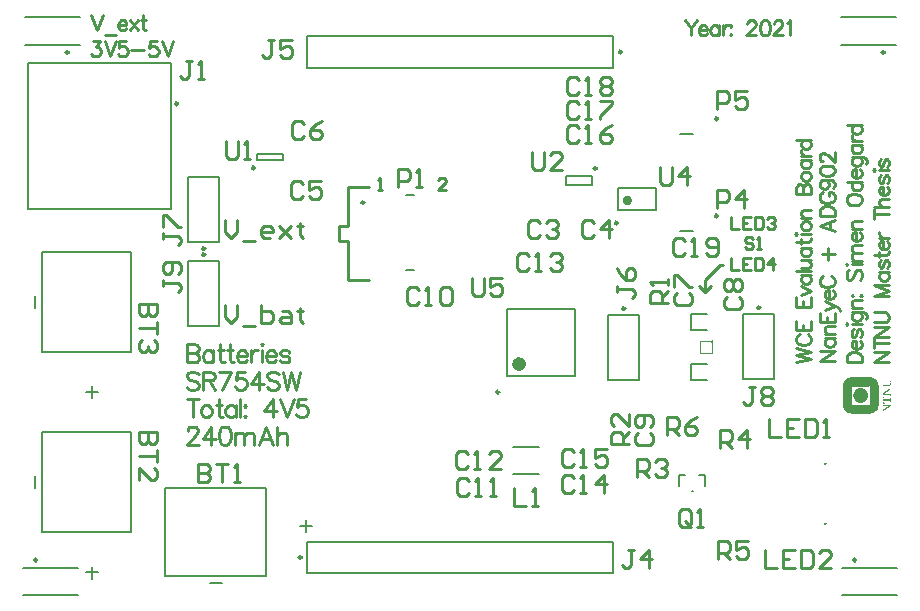
<source format=gto>
G04*
G04 #@! TF.GenerationSoftware,Altium Limited,Altium Designer,21.7.2 (23)*
G04*
G04 Layer_Color=65535*
%FSLAX25Y25*%
%MOIN*%
G70*
G04*
G04 #@! TF.SameCoordinates,CEDA9658-653E-4C37-85A5-3546ED317D05*
G04*
G04*
G04 #@! TF.FilePolarity,Positive*
G04*
G01*
G75*
%ADD10C,0.00984*%
%ADD11C,0.02362*%
%ADD12C,0.00787*%
%ADD13C,0.01575*%
%ADD14C,0.00039*%
%ADD15C,0.01000*%
G36*
X231894Y86640D02*
X231422Y87113D01*
X231894D01*
Y86640D01*
D02*
G37*
G36*
X231284Y86030D02*
X230812Y86502D01*
X231284D01*
Y86030D01*
D02*
G37*
G36*
X288452Y73420D02*
X288560D01*
Y73312D01*
X288344D01*
Y73528D01*
X288452D01*
Y73420D01*
D02*
G37*
G36*
Y73744D02*
X290720D01*
Y73636D01*
X290828D01*
Y73528D01*
X290936D01*
Y73420D01*
X291044D01*
Y73204D01*
X291152D01*
Y72340D01*
X291044D01*
Y72016D01*
X290936D01*
Y71800D01*
X290720D01*
Y71692D01*
X288560D01*
Y71584D01*
X288452D01*
Y71476D01*
Y71368D01*
X288344D01*
Y71692D01*
X288452D01*
Y72124D01*
X288344D01*
Y72448D01*
X288560D01*
Y72340D01*
X288452D01*
Y72124D01*
X290720D01*
Y72232D01*
X290828D01*
Y72340D01*
X290936D01*
Y72664D01*
X291044D01*
Y72988D01*
X290936D01*
Y73420D01*
X290828D01*
Y73528D01*
X290612D01*
Y73636D01*
X288560D01*
Y73528D01*
X288452D01*
Y73744D01*
X288344D01*
Y74068D01*
X288452D01*
Y73744D01*
D02*
G37*
G36*
Y70180D02*
X288344D01*
Y70504D01*
X288452D01*
Y70180D01*
D02*
G37*
G36*
X291152Y69100D02*
Y68884D01*
X291044D01*
Y69208D01*
X291152D01*
Y69100D01*
D02*
G37*
G36*
X288560Y70828D02*
X288452D01*
Y70720D01*
X291152D01*
Y70612D01*
X291044D01*
Y70504D01*
X290936D01*
Y70396D01*
X290720D01*
Y70288D01*
X290612D01*
Y70180D01*
X290396D01*
Y70072D01*
X290288D01*
Y69964D01*
X290072D01*
Y69856D01*
X289964D01*
Y69748D01*
X289748D01*
Y69640D01*
X289640D01*
Y69532D01*
X289532D01*
Y69424D01*
X289316D01*
Y69316D01*
X289208D01*
Y69208D01*
X288992D01*
Y69100D01*
X288884D01*
Y68992D01*
X288668D01*
Y68884D01*
X291044D01*
Y68668D01*
X291152D01*
Y68452D01*
X290936D01*
Y68560D01*
X291044D01*
Y68668D01*
X290936D01*
Y68776D01*
X288776D01*
Y68668D01*
X288668D01*
Y68776D01*
X288560D01*
Y68668D01*
X288452D01*
Y69316D01*
X288560D01*
Y69424D01*
X288776D01*
Y69532D01*
X288884D01*
Y69640D01*
X289100D01*
Y69748D01*
X289208D01*
Y69856D01*
X289424D01*
Y69964D01*
X289532D01*
Y70072D01*
X289748D01*
Y70180D01*
X289856D01*
Y70288D01*
X289964D01*
Y70396D01*
X290180D01*
Y70612D01*
X289964D01*
Y70504D01*
X288452D01*
Y70720D01*
X288344D01*
Y70936D01*
X288560D01*
Y70828D01*
D02*
G37*
G36*
X288452Y68560D02*
X288560D01*
Y68452D01*
X288344D01*
Y68668D01*
X288452D01*
Y68560D01*
D02*
G37*
G36*
X291152Y67264D02*
X291044D01*
Y67372D01*
X290936D01*
Y67480D01*
X291152D01*
Y67264D01*
D02*
G37*
G36*
X289208Y68020D02*
X288884D01*
Y67912D01*
X288668D01*
Y67804D01*
X288560D01*
Y67156D01*
X290936D01*
Y67264D01*
X291044D01*
Y66724D01*
X291152D01*
Y66616D01*
Y66508D01*
Y66400D01*
X290936D01*
Y66508D01*
X291044D01*
Y66724D01*
X288560D01*
Y66184D01*
X288668D01*
Y66076D01*
X288776D01*
Y65968D01*
X288992D01*
Y65860D01*
X289208D01*
Y65752D01*
X288452D01*
Y66292D01*
X288344D01*
Y66724D01*
X288452D01*
Y67156D01*
X288344D01*
Y67588D01*
X288452D01*
Y68128D01*
X289208D01*
Y68020D01*
D02*
G37*
G36*
X288452Y64888D02*
X288560D01*
Y64780D01*
X288452D01*
Y64672D01*
X288344D01*
Y64780D01*
Y64996D01*
X288452D01*
Y64888D01*
D02*
G37*
G36*
X291152Y63376D02*
X291044D01*
Y63592D01*
X290936D01*
Y63700D01*
X291152D01*
Y63376D01*
D02*
G37*
G36*
X288452Y65320D02*
Y65212D01*
X291152D01*
Y65104D01*
X291044D01*
Y64996D01*
X290828D01*
Y64888D01*
X290720D01*
Y64780D01*
X290504D01*
Y64672D01*
X290396D01*
Y64564D01*
X290288D01*
Y64456D01*
X290072D01*
Y64348D01*
X289964D01*
Y64240D01*
X289748D01*
Y64132D01*
X289640D01*
Y64024D01*
X289424D01*
Y63916D01*
X289316D01*
Y63808D01*
X289100D01*
Y63700D01*
X288992D01*
Y63592D01*
X288776D01*
Y63484D01*
X288668D01*
Y63376D01*
X291044D01*
Y63160D01*
X291152D01*
Y62944D01*
X290936D01*
Y63052D01*
X291044D01*
Y63160D01*
X290936D01*
Y63268D01*
X288560D01*
Y63160D01*
X288452D01*
Y63808D01*
X288560D01*
Y63916D01*
X288776D01*
Y64024D01*
X288884D01*
Y64132D01*
X288992D01*
Y64240D01*
X289208D01*
Y64348D01*
X289316D01*
Y64456D01*
X289532D01*
Y64564D01*
X289640D01*
Y64672D01*
X289856D01*
Y64780D01*
X289964D01*
Y64888D01*
X290180D01*
Y65104D01*
X288560D01*
Y64996D01*
X288452D01*
Y65212D01*
X288344D01*
Y65428D01*
X288452D01*
Y65320D01*
D02*
G37*
G36*
Y63052D02*
X288560D01*
Y62944D01*
X288344D01*
Y63160D01*
X288452D01*
Y63052D01*
D02*
G37*
G36*
X284672Y74392D02*
X284996D01*
Y74284D01*
X285320D01*
Y74176D01*
X285536D01*
Y74068D01*
X285644D01*
Y73960D01*
X285860D01*
Y73852D01*
X285968D01*
Y73744D01*
X286076D01*
Y73636D01*
X286184D01*
Y73528D01*
X286292D01*
Y73420D01*
X286400D01*
Y73312D01*
X286508D01*
Y73096D01*
X286616D01*
Y72988D01*
X286724D01*
Y72664D01*
X286832D01*
Y72448D01*
X286940D01*
Y72016D01*
X287048D01*
Y64996D01*
X286940D01*
Y64564D01*
X286832D01*
Y64240D01*
X286724D01*
Y64024D01*
X286616D01*
Y63808D01*
X286508D01*
Y63700D01*
X286400D01*
Y63592D01*
X286292D01*
Y63376D01*
X286184D01*
Y63268D01*
X286076D01*
Y63160D01*
X285860D01*
Y63052D01*
X285752D01*
Y62944D01*
X285644D01*
Y62836D01*
X285428D01*
Y62728D01*
X285212D01*
Y62620D01*
X284888D01*
Y62512D01*
X284348D01*
Y62404D01*
X277760D01*
Y62512D01*
X277112D01*
Y62620D01*
X276896D01*
Y62728D01*
X276572D01*
Y62836D01*
X276464D01*
Y62944D01*
X276248D01*
Y63052D01*
X276140D01*
Y63160D01*
X276032D01*
Y63268D01*
X275924D01*
Y63376D01*
X275816D01*
Y63484D01*
X275708D01*
Y63592D01*
X275600D01*
Y63700D01*
X275492D01*
Y63916D01*
X275384D01*
Y64024D01*
X275276D01*
Y64348D01*
X275168D01*
Y64672D01*
X275060D01*
Y65212D01*
X274952D01*
Y71800D01*
X275060D01*
Y72340D01*
X275168D01*
Y72664D01*
X275276D01*
Y72880D01*
X275384D01*
Y73096D01*
X275492D01*
Y73204D01*
X275600D01*
Y73420D01*
X275708D01*
Y73528D01*
X275816D01*
Y73636D01*
X275924D01*
Y73744D01*
X276032D01*
Y73852D01*
X276140D01*
Y73960D01*
X276356D01*
Y74068D01*
X276464D01*
Y74176D01*
X276680D01*
Y74284D01*
X277004D01*
Y74392D01*
X277328D01*
Y74500D01*
X284672D01*
Y74392D01*
D02*
G37*
%LPC*%
G36*
X284024Y71584D02*
X283808D01*
Y71476D01*
X278192D01*
Y71584D01*
X278084D01*
Y71476D01*
X277976D01*
Y65428D01*
X284024D01*
Y71584D01*
D02*
G37*
%LPD*%
G36*
X281432Y70828D02*
X281864D01*
Y70720D01*
X282080D01*
Y70612D01*
X282296D01*
Y70504D01*
X282404D01*
Y70396D01*
X282620D01*
Y70288D01*
X282728D01*
Y70180D01*
X282836D01*
Y70072D01*
X282944D01*
Y69856D01*
X283052D01*
Y69748D01*
X283160D01*
Y69532D01*
X283268D01*
Y69208D01*
X283376D01*
Y68776D01*
X283484D01*
Y68128D01*
X283376D01*
Y67696D01*
X283268D01*
Y67372D01*
X283160D01*
Y67156D01*
X283052D01*
Y67048D01*
X282944D01*
Y66940D01*
X282836D01*
Y66724D01*
X282728D01*
Y66616D01*
X282512D01*
Y66508D01*
X282404D01*
Y66400D01*
X282296D01*
Y66292D01*
X282080D01*
Y66184D01*
X281756D01*
Y66076D01*
X281324D01*
Y65968D01*
X280676D01*
Y66076D01*
X280136D01*
Y66184D01*
X279920D01*
Y66292D01*
X279704D01*
Y66400D01*
X279596D01*
Y66508D01*
X279380D01*
Y66616D01*
X279272D01*
Y66724D01*
X279164D01*
Y66832D01*
X279056D01*
Y67048D01*
X278948D01*
Y67156D01*
X278840D01*
Y67372D01*
X278732D01*
Y67588D01*
X278624D01*
Y68020D01*
X278516D01*
Y68884D01*
X278624D01*
Y69316D01*
X278732D01*
Y69532D01*
X278840D01*
Y69748D01*
X278948D01*
Y69964D01*
X279056D01*
Y70072D01*
X279164D01*
Y70180D01*
X279272D01*
Y70288D01*
X279380D01*
Y70396D01*
X279488D01*
Y70504D01*
X279704D01*
Y70612D01*
X279920D01*
Y70720D01*
X280136D01*
Y70828D01*
X280568D01*
Y70936D01*
X281432D01*
Y70828D01*
D02*
G37*
D10*
X247505Y97767D02*
G03*
X247505Y97767I-492J0D01*
G01*
X160531Y69587D02*
G03*
X160531Y69587I-492J0D01*
G01*
X62492Y117508D02*
G03*
X62492Y117508I-492J0D01*
G01*
Y115492D02*
G03*
X62492Y115492I-492J0D01*
G01*
X202506Y97492D02*
G03*
X202506Y97492I-492J0D01*
G01*
X94646Y14500D02*
G03*
X94646Y14500I-492J0D01*
G01*
X53433Y165728D02*
G03*
X53433Y165728I-492J0D01*
G01*
X115532Y132835D02*
G03*
X115532Y132835I-492J0D01*
G01*
X193012Y144193D02*
G03*
X193012Y144193I-492J0D01*
G01*
X233366Y128347D02*
G03*
X233366Y128347I-492J0D01*
G01*
X233366Y160734D02*
G03*
X233366Y160734I-492J0D01*
G01*
X201339Y183000D02*
G03*
X201339Y183000I-492J0D01*
G01*
X16992Y182835D02*
G03*
X16992Y182835I-492J0D01*
G01*
X79055Y144319D02*
G03*
X79055Y144319I-492J0D01*
G01*
X200000Y125984D02*
G03*
X200000Y125984I-492J0D01*
G01*
X279492Y13665D02*
G03*
X279492Y13665I-492J0D01*
G01*
X6492D02*
G03*
X6492Y13665I-492J0D01*
G01*
X288992Y182835D02*
G03*
X288992Y182835I-492J0D01*
G01*
D11*
X168307Y78937D02*
G03*
X168307Y78937I-1181J0D01*
G01*
D12*
X269358Y45750D02*
G03*
X268965Y45750I-197J0D01*
G01*
D02*
G03*
X269358Y45750I197J0D01*
G01*
D02*
G03*
X268965Y45750I-197J0D01*
G01*
X269358Y25750D02*
G03*
X268965Y25750I-197J0D01*
G01*
D02*
G03*
X269358Y25750I197J0D01*
G01*
D02*
G03*
X268965Y25750I-197J0D01*
G01*
X252269Y74027D02*
Y95523D01*
X241757Y74027D02*
X252269D01*
X241757D02*
Y95523D01*
X252269D01*
X163189Y75000D02*
X185630D01*
X163189Y97441D02*
X185630D01*
X163189Y75000D02*
Y97441D01*
X185630Y75000D02*
Y97441D01*
X224423Y95794D02*
X229934D01*
X224423Y90282D02*
Y95794D01*
Y90282D02*
X229934D01*
X22895Y69589D02*
X26832D01*
X24837Y67574D02*
Y71511D01*
X5900Y97732D02*
Y101669D01*
X8250Y82944D02*
X37750D01*
Y116456D01*
X8250D02*
X37750D01*
X8250Y82944D02*
Y116456D01*
X56744Y119752D02*
Y141248D01*
X67256D01*
Y119752D02*
Y141248D01*
X56744Y119752D02*
X67256D01*
Y91752D02*
Y113248D01*
X56744Y91752D02*
X67256D01*
X56744D02*
Y113248D01*
X67256D01*
X22895Y9488D02*
X26832D01*
X24837Y7474D02*
Y11411D01*
X5900Y37631D02*
Y41568D01*
X8250Y22844D02*
X37750D01*
Y56356D01*
X8250D02*
X37750D01*
X8250Y22844D02*
Y56356D01*
X96112Y22895D02*
Y26832D01*
X94189Y24837D02*
X98126D01*
X64031Y5900D02*
X67968D01*
X82756Y8250D02*
Y37750D01*
X49244D02*
X82756D01*
X49244Y8250D02*
Y37750D01*
Y8250D02*
X82756D01*
X196758Y95248D02*
X207270D01*
X196758Y73752D02*
Y95248D01*
Y73752D02*
X207270D01*
Y95248D01*
X96516Y9303D02*
Y19697D01*
Y9303D02*
X198484D01*
Y19697D01*
X96516D02*
X198484D01*
X3335Y179232D02*
X51169D01*
X3335Y130768D02*
Y179232D01*
Y130768D02*
X51169D01*
Y179232D01*
X129367Y110335D02*
X132050D01*
X129367Y135335D02*
X132050D01*
X182677Y138583D02*
X191339D01*
X182677Y141732D02*
X191339D01*
X182677Y138583D02*
Y141732D01*
X191339Y138583D02*
Y141732D01*
X224409Y79134D02*
X229921D01*
X224409Y73622D02*
Y79134D01*
Y73622D02*
X229921D01*
X220468Y38343D02*
Y42083D01*
X227200D02*
X229129D01*
X220468D02*
X222397D01*
X229129Y38343D02*
Y42083D01*
X224641Y36768D02*
X224956D01*
X220669Y123228D02*
X225000D01*
X220669Y155616D02*
X225000D01*
X198484Y177803D02*
Y188197D01*
X96516D02*
X198484D01*
X96516Y177803D02*
Y188197D01*
Y177803D02*
X198484D01*
X2307Y185394D02*
X20693D01*
X2307Y194606D02*
X20693D01*
X79744Y147075D02*
Y149043D01*
X88405Y147075D02*
Y149043D01*
X79744Y147075D02*
X88405D01*
X79744Y149043D02*
X88405D01*
X200098Y130315D02*
X212697D01*
X200098Y137795D02*
X212697D01*
X200098Y130315D02*
Y137795D01*
X212697Y130315D02*
Y137795D01*
X274807Y1894D02*
X293193D01*
X274807Y11106D02*
X293193D01*
X1807Y1894D02*
X20193D01*
X1807Y11106D02*
X20193D01*
X274307Y194606D02*
X292693D01*
X274307Y185394D02*
X292693D01*
X164961Y42421D02*
X173622D01*
X164961Y51280D02*
X173622D01*
D13*
X204035Y133465D02*
G03*
X204035Y133465I-787J0D01*
G01*
D14*
X227465Y82644D02*
X231560D01*
X227465Y86739D02*
X231560D01*
X227465Y82644D02*
Y86739D01*
X231560Y82644D02*
Y86739D01*
D15*
X229000Y103000D02*
X231000Y105000D01*
X227000D02*
X229000Y103000D01*
Y107000D01*
X234000Y112000D01*
X235000D01*
X110000Y138000D02*
X117000D01*
X110000Y107000D02*
X117000D01*
X110000D02*
Y120000D01*
X107000D02*
X110000D01*
X107000D02*
Y125000D01*
X110000D01*
Y138000D01*
X219919Y102805D02*
X218920Y101806D01*
Y99806D01*
X219919Y98807D01*
X223918D01*
X224918Y99806D01*
Y101806D01*
X223918Y102805D01*
X218920Y104805D02*
Y108803D01*
X219919D01*
X223918Y104805D01*
X224918D01*
X206825Y56129D02*
X205825Y55129D01*
Y53130D01*
X206825Y52130D01*
X210824D01*
X211823Y53130D01*
Y55129D01*
X210824Y56129D01*
Y58128D02*
X211823Y59128D01*
Y61128D01*
X210824Y62127D01*
X206825D01*
X205825Y61128D01*
Y59128D01*
X206825Y58128D01*
X207825D01*
X208824Y59128D01*
Y62127D01*
X236305Y101238D02*
X235306Y100238D01*
Y98239D01*
X236305Y97239D01*
X240304D01*
X241304Y98239D01*
Y100238D01*
X240304Y101238D01*
X236305Y103237D02*
X235306Y104237D01*
Y106236D01*
X236305Y107236D01*
X237305D01*
X238305Y106236D01*
X239304Y107236D01*
X240304D01*
X241304Y106236D01*
Y104237D01*
X240304Y103237D01*
X239304D01*
X238305Y104237D01*
X237305Y103237D01*
X236305D01*
X238305Y104237D02*
Y106236D01*
X245782Y71437D02*
X243782D01*
X244782D01*
Y66439D01*
X243782Y65439D01*
X242783D01*
X241783Y66439D01*
X247781Y70437D02*
X248781Y71437D01*
X250780D01*
X251780Y70437D01*
Y69438D01*
X250780Y68438D01*
X251780Y67438D01*
Y66439D01*
X250780Y65439D01*
X248781D01*
X247781Y66439D01*
Y67438D01*
X248781Y68438D01*
X247781Y69438D01*
Y70437D01*
X248781Y68438D02*
X250780D01*
X151502Y107499D02*
Y102501D01*
X152501Y101501D01*
X154501D01*
X155500Y102501D01*
Y107499D01*
X161498D02*
X157500D01*
Y104500D01*
X159499Y105500D01*
X160499D01*
X161498Y104500D01*
Y102501D01*
X160499Y101501D01*
X158499D01*
X157500Y102501D01*
X216607Y99227D02*
X210609D01*
Y102226D01*
X211609Y103225D01*
X213608D01*
X214608Y102226D01*
Y99227D01*
Y101226D02*
X216607Y103225D01*
Y105225D02*
Y107224D01*
Y106224D01*
X210609D01*
X211609Y105225D01*
X120000Y137000D02*
X121333D01*
X120667D01*
Y140999D01*
X120000Y140332D01*
X142666Y137000D02*
X140000D01*
X142666Y139666D01*
Y140332D01*
X141999Y140999D01*
X140666D01*
X140000Y140332D01*
X245166Y120482D02*
X244499Y121149D01*
X243166D01*
X242500Y120482D01*
Y119816D01*
X243166Y119149D01*
X244499D01*
X245166Y118483D01*
Y117816D01*
X244499Y117150D01*
X243166D01*
X242500Y117816D01*
X246499Y117150D02*
X247832D01*
X247165D01*
Y121149D01*
X246499Y120482D01*
X237835Y114199D02*
Y110200D01*
X240501D01*
X244499Y114199D02*
X241834D01*
Y110200D01*
X244499D01*
X241834Y112199D02*
X243166D01*
X245832Y114199D02*
Y110200D01*
X247832D01*
X248498Y110866D01*
Y113532D01*
X247832Y114199D01*
X245832D01*
X251830Y110200D02*
Y114199D01*
X249831Y112199D01*
X252497D01*
X237835Y128099D02*
Y124100D01*
X240501D01*
X244499Y128099D02*
X241834D01*
Y124100D01*
X244499D01*
X241834Y126099D02*
X243166D01*
X245832Y128099D02*
Y124100D01*
X247832D01*
X248498Y124767D01*
Y127432D01*
X247832Y128099D01*
X245832D01*
X249831Y127432D02*
X250497Y128099D01*
X251830D01*
X252497Y127432D01*
Y126766D01*
X251830Y126099D01*
X251164D01*
X251830D01*
X252497Y125433D01*
Y124767D01*
X251830Y124100D01*
X250497D01*
X249831Y124767D01*
X60350Y75508D02*
X59778Y76080D01*
X58921Y76365D01*
X57779D01*
X56922Y76080D01*
X56350Y75508D01*
Y74937D01*
X56636Y74366D01*
X56922Y74080D01*
X57493Y73795D01*
X59207Y73223D01*
X59778Y72938D01*
X60064Y72652D01*
X60350Y72081D01*
Y71224D01*
X59778Y70652D01*
X58921Y70367D01*
X57779D01*
X56922Y70652D01*
X56350Y71224D01*
X61692Y76365D02*
Y70367D01*
Y76365D02*
X64263D01*
X65120Y76080D01*
X65406Y75794D01*
X65691Y75223D01*
Y74651D01*
X65406Y74080D01*
X65120Y73795D01*
X64263Y73509D01*
X61692D01*
X63692D02*
X65691Y70367D01*
X71033Y76365D02*
X68176Y70367D01*
X67034Y76365D02*
X71033D01*
X75803D02*
X72947D01*
X72661Y73795D01*
X72947Y74080D01*
X73804Y74366D01*
X74661D01*
X75518Y74080D01*
X76089Y73509D01*
X76375Y72652D01*
Y72081D01*
X76089Y71224D01*
X75518Y70652D01*
X74661Y70367D01*
X73804D01*
X72947Y70652D01*
X72661Y70938D01*
X72376Y71509D01*
X80574Y76365D02*
X77717Y72366D01*
X82002D01*
X80574Y76365D02*
Y70367D01*
X87058Y75508D02*
X86487Y76080D01*
X85630Y76365D01*
X84487D01*
X83630Y76080D01*
X83059Y75508D01*
Y74937D01*
X83345Y74366D01*
X83630Y74080D01*
X84202Y73795D01*
X85915Y73223D01*
X86487Y72938D01*
X86772Y72652D01*
X87058Y72081D01*
Y71224D01*
X86487Y70652D01*
X85630Y70367D01*
X84487D01*
X83630Y70652D01*
X83059Y71224D01*
X88401Y76365D02*
X89829Y70367D01*
X91257Y76365D02*
X89829Y70367D01*
X91257Y76365D02*
X92686Y70367D01*
X94114Y76365D02*
X92686Y70367D01*
X56636Y56670D02*
Y56956D01*
X56922Y57527D01*
X57207Y57813D01*
X57779Y58099D01*
X58921D01*
X59493Y57813D01*
X59778Y57527D01*
X60064Y56956D01*
Y56385D01*
X59778Y55813D01*
X59207Y54957D01*
X56350Y52100D01*
X60350D01*
X64549Y58099D02*
X61692Y54100D01*
X65977D01*
X64549Y58099D02*
Y52100D01*
X68748Y58099D02*
X67891Y57813D01*
X67320Y56956D01*
X67034Y55528D01*
Y54671D01*
X67320Y53243D01*
X67891Y52386D01*
X68748Y52100D01*
X69319D01*
X70176Y52386D01*
X70747Y53243D01*
X71033Y54671D01*
Y55528D01*
X70747Y56956D01*
X70176Y57813D01*
X69319Y58099D01*
X68748D01*
X72376Y56099D02*
Y52100D01*
Y54957D02*
X73233Y55813D01*
X73804Y56099D01*
X74661D01*
X75232Y55813D01*
X75518Y54957D01*
Y52100D01*
Y54957D02*
X76375Y55813D01*
X76946Y56099D01*
X77803D01*
X78374Y55813D01*
X78660Y54957D01*
Y52100D01*
X85116D02*
X82830Y58099D01*
X80545Y52100D01*
X81402Y54100D02*
X84259D01*
X86515Y58099D02*
Y52100D01*
Y54957D02*
X87372Y55813D01*
X87944Y56099D01*
X88801D01*
X89372Y55813D01*
X89657Y54957D01*
Y52100D01*
X56350Y85499D02*
Y79500D01*
Y85499D02*
X58921D01*
X59778Y85213D01*
X60064Y84927D01*
X60350Y84356D01*
Y83785D01*
X60064Y83214D01*
X59778Y82928D01*
X58921Y82642D01*
X56350D02*
X58921D01*
X59778Y82357D01*
X60064Y82071D01*
X60350Y81500D01*
Y80643D01*
X60064Y80071D01*
X59778Y79786D01*
X58921Y79500D01*
X56350D01*
X65120Y83499D02*
Y79500D01*
Y82642D02*
X64549Y83214D01*
X63977Y83499D01*
X63120D01*
X62549Y83214D01*
X61978Y82642D01*
X61692Y81785D01*
Y81214D01*
X61978Y80357D01*
X62549Y79786D01*
X63120Y79500D01*
X63977D01*
X64549Y79786D01*
X65120Y80357D01*
X67576Y85499D02*
Y80643D01*
X67862Y79786D01*
X68433Y79500D01*
X69005D01*
X66720Y83499D02*
X68719D01*
X70719Y85499D02*
Y80643D01*
X71004Y79786D01*
X71576Y79500D01*
X72147D01*
X69862Y83499D02*
X71861D01*
X73004Y81785D02*
X76432D01*
Y82357D01*
X76146Y82928D01*
X75861Y83214D01*
X75289Y83499D01*
X74432D01*
X73861Y83214D01*
X73290Y82642D01*
X73004Y81785D01*
Y81214D01*
X73290Y80357D01*
X73861Y79786D01*
X74432Y79500D01*
X75289D01*
X75861Y79786D01*
X76432Y80357D01*
X77717Y83499D02*
Y79500D01*
Y81785D02*
X78003Y82642D01*
X78574Y83214D01*
X79145Y83499D01*
X80002D01*
X81116Y85499D02*
X81402Y85213D01*
X81688Y85499D01*
X81402Y85784D01*
X81116Y85499D01*
X81402Y83499D02*
Y79500D01*
X82745Y81785D02*
X86173D01*
Y82357D01*
X85887Y82928D01*
X85601Y83214D01*
X85030Y83499D01*
X84173D01*
X83602Y83214D01*
X83030Y82642D01*
X82745Y81785D01*
Y81214D01*
X83030Y80357D01*
X83602Y79786D01*
X84173Y79500D01*
X85030D01*
X85601Y79786D01*
X86173Y80357D01*
X90600Y82642D02*
X90315Y83214D01*
X89458Y83499D01*
X88601D01*
X87744Y83214D01*
X87458Y82642D01*
X87744Y82071D01*
X88315Y81785D01*
X89743Y81500D01*
X90315Y81214D01*
X90600Y80643D01*
Y80357D01*
X90315Y79786D01*
X89458Y79500D01*
X88601D01*
X87744Y79786D01*
X87458Y80357D01*
X58350Y67232D02*
Y61233D01*
X56350Y67232D02*
X60350D01*
X62492Y65232D02*
X61921Y64947D01*
X61349Y64376D01*
X61064Y63519D01*
Y62947D01*
X61349Y62090D01*
X61921Y61519D01*
X62492Y61233D01*
X63349D01*
X63920Y61519D01*
X64491Y62090D01*
X64777Y62947D01*
Y63519D01*
X64491Y64376D01*
X63920Y64947D01*
X63349Y65232D01*
X62492D01*
X66948Y67232D02*
Y62376D01*
X67234Y61519D01*
X67805Y61233D01*
X68376D01*
X66091Y65232D02*
X68091D01*
X72661D02*
Y61233D01*
Y64376D02*
X72090Y64947D01*
X71519Y65232D01*
X70662D01*
X70090Y64947D01*
X69519Y64376D01*
X69233Y63519D01*
Y62947D01*
X69519Y62090D01*
X70090Y61519D01*
X70662Y61233D01*
X71519D01*
X72090Y61519D01*
X72661Y62090D01*
X74261Y67232D02*
Y61233D01*
X75803Y65232D02*
X75518Y64947D01*
X75803Y64661D01*
X76089Y64947D01*
X75803Y65232D01*
Y61805D02*
X75518Y61519D01*
X75803Y61233D01*
X76089Y61519D01*
X75803Y61805D01*
X84973Y67232D02*
X82116Y63233D01*
X86401D01*
X84973Y67232D02*
Y61233D01*
X87458Y67232D02*
X89743Y61233D01*
X92028Y67232D02*
X89743Y61233D01*
X96228Y67232D02*
X93371D01*
X93085Y64661D01*
X93371Y64947D01*
X94228Y65232D01*
X95085D01*
X95942Y64947D01*
X96513Y64376D01*
X96799Y63519D01*
Y62947D01*
X96513Y62090D01*
X95942Y61519D01*
X95085Y61233D01*
X94228D01*
X93371Y61519D01*
X93085Y61805D01*
X92800Y62376D01*
X69200Y126898D02*
Y122899D01*
X71199Y120900D01*
X73199Y122899D01*
Y126898D01*
X75198Y119900D02*
X79197D01*
X84195Y120900D02*
X82196D01*
X81196Y121899D01*
Y123899D01*
X82196Y124898D01*
X84195D01*
X85195Y123899D01*
Y122899D01*
X81196D01*
X87194Y124898D02*
X91193Y120900D01*
X89193Y122899D01*
X91193Y124898D01*
X87194Y120900D01*
X94192Y125898D02*
Y124898D01*
X93192D01*
X95192D01*
X94192D01*
Y121899D01*
X95192Y120900D01*
X69200Y98798D02*
Y94799D01*
X71199Y92800D01*
X73199Y94799D01*
Y98798D01*
X75198Y91800D02*
X79197D01*
X81196Y98798D02*
Y92800D01*
X84195D01*
X85195Y93799D01*
Y94799D01*
Y95799D01*
X84195Y96798D01*
X81196D01*
X88194D02*
X90193D01*
X91193Y95799D01*
Y92800D01*
X88194D01*
X87194Y93799D01*
X88194Y94799D01*
X91193D01*
X94192Y97798D02*
Y96798D01*
X93192D01*
X95192D01*
X94192D01*
Y93799D01*
X95192Y92800D01*
X259501Y79500D02*
X264500Y80690D01*
X259501Y81880D02*
X264500Y80690D01*
X259501Y81880D02*
X264500Y83071D01*
X259501Y84261D02*
X264500Y83071D01*
X260691Y88831D02*
X260215Y88593D01*
X259739Y88117D01*
X259501Y87641D01*
Y86689D01*
X259739Y86213D01*
X260215Y85737D01*
X260691Y85499D01*
X261405Y85261D01*
X262596D01*
X263310Y85499D01*
X263786Y85737D01*
X264262Y86213D01*
X264500Y86689D01*
Y87641D01*
X264262Y88117D01*
X263786Y88593D01*
X263310Y88831D01*
X259501Y93330D02*
Y90236D01*
X264500D01*
Y93330D01*
X261881Y90236D02*
Y92140D01*
X259501Y101186D02*
Y98091D01*
X264500D01*
Y101186D01*
X261881Y98091D02*
Y99996D01*
X261167Y102019D02*
X264500Y103447D01*
X261167Y104876D02*
X264500Y103447D01*
X261167Y108541D02*
X264500D01*
X261881D02*
X261405Y108065D01*
X261167Y107589D01*
Y106875D01*
X261405Y106399D01*
X261881Y105923D01*
X262596Y105685D01*
X263072D01*
X263786Y105923D01*
X264262Y106399D01*
X264500Y106875D01*
Y107589D01*
X264262Y108065D01*
X263786Y108541D01*
X259501Y109874D02*
X264500D01*
X261167Y110922D02*
X263548D01*
X264262Y111160D01*
X264500Y111636D01*
Y112350D01*
X264262Y112826D01*
X263548Y113540D01*
X261167D02*
X264500D01*
X261167Y117706D02*
X264500D01*
X261881D02*
X261405Y117230D01*
X261167Y116754D01*
Y116040D01*
X261405Y115564D01*
X261881Y115088D01*
X262596Y114850D01*
X263072D01*
X263786Y115088D01*
X264262Y115564D01*
X264500Y116040D01*
Y116754D01*
X264262Y117230D01*
X263786Y117706D01*
X259501Y119753D02*
X263548D01*
X264262Y119991D01*
X264500Y120467D01*
Y120943D01*
X261167Y119039D02*
Y120705D01*
X259501Y122134D02*
X259739Y122372D01*
X259501Y122610D01*
X259263Y122372D01*
X259501Y122134D01*
X261167Y122372D02*
X264500D01*
X261167Y124681D02*
X261405Y124205D01*
X261881Y123729D01*
X262596Y123491D01*
X263072D01*
X263786Y123729D01*
X264262Y124205D01*
X264500Y124681D01*
Y125395D01*
X264262Y125871D01*
X263786Y126347D01*
X263072Y126585D01*
X262596D01*
X261881Y126347D01*
X261405Y125871D01*
X261167Y125395D01*
Y124681D01*
Y127680D02*
X264500D01*
X262120D02*
X261405Y128394D01*
X261167Y128870D01*
Y129585D01*
X261405Y130061D01*
X262120Y130299D01*
X264500D01*
X259501Y135536D02*
X264500D01*
X259501D02*
Y137678D01*
X259739Y138392D01*
X259977Y138630D01*
X260453Y138868D01*
X260929D01*
X261405Y138630D01*
X261644Y138392D01*
X261881Y137678D01*
Y135536D02*
Y137678D01*
X262120Y138392D01*
X262358Y138630D01*
X262834Y138868D01*
X263548D01*
X264024Y138630D01*
X264262Y138392D01*
X264500Y137678D01*
Y135536D01*
X261167Y141177D02*
X261405Y140701D01*
X261881Y140225D01*
X262596Y139987D01*
X263072D01*
X263786Y140225D01*
X264262Y140701D01*
X264500Y141177D01*
Y141891D01*
X264262Y142367D01*
X263786Y142844D01*
X263072Y143082D01*
X262596D01*
X261881Y142844D01*
X261405Y142367D01*
X261167Y141891D01*
Y141177D01*
Y147033D02*
X264500D01*
X261881D02*
X261405Y146557D01*
X261167Y146081D01*
Y145367D01*
X261405Y144891D01*
X261881Y144415D01*
X262596Y144177D01*
X263072D01*
X263786Y144415D01*
X264262Y144891D01*
X264500Y145367D01*
Y146081D01*
X264262Y146557D01*
X263786Y147033D01*
X261167Y148366D02*
X264500D01*
X262596D02*
X261881Y148604D01*
X261405Y149080D01*
X261167Y149556D01*
Y150271D01*
X259501Y153579D02*
X264500D01*
X261881D02*
X261405Y153103D01*
X261167Y152627D01*
Y151913D01*
X261405Y151437D01*
X261881Y150961D01*
X262596Y150723D01*
X263072D01*
X263786Y150961D01*
X264262Y151437D01*
X264500Y151913D01*
Y152627D01*
X264262Y153103D01*
X263786Y153579D01*
X285501Y79500D02*
X290500D01*
X285501D02*
X290500Y82833D01*
X285501D02*
X290500D01*
X285501Y85880D02*
X290500D01*
X285501Y84213D02*
Y87546D01*
Y88141D02*
X290500D01*
X285501D02*
X290500Y91474D01*
X285501D02*
X290500D01*
X285501Y92854D02*
X289072D01*
X289786Y93092D01*
X290262Y93568D01*
X290500Y94283D01*
Y94759D01*
X290262Y95473D01*
X289786Y95949D01*
X289072Y96187D01*
X285501D01*
Y101495D02*
X290500D01*
X285501D02*
X290500Y103400D01*
X285501Y105304D02*
X290500Y103400D01*
X285501Y105304D02*
X290500D01*
X287167Y109589D02*
X290500D01*
X287881D02*
X287405Y109113D01*
X287167Y108637D01*
Y107922D01*
X287405Y107446D01*
X287881Y106970D01*
X288596Y106732D01*
X289072D01*
X289786Y106970D01*
X290262Y107446D01*
X290500Y107922D01*
Y108637D01*
X290262Y109113D01*
X289786Y109589D01*
X287881Y113540D02*
X287405Y113302D01*
X287167Y112588D01*
Y111874D01*
X287405Y111160D01*
X287881Y110922D01*
X288358Y111160D01*
X288596Y111636D01*
X288834Y112826D01*
X289072Y113302D01*
X289548Y113540D01*
X289786D01*
X290262Y113302D01*
X290500Y112588D01*
Y111874D01*
X290262Y111160D01*
X289786Y110922D01*
X285501Y115302D02*
X289548D01*
X290262Y115540D01*
X290500Y116016D01*
Y116492D01*
X287167Y114588D02*
Y116254D01*
X288596Y117206D02*
Y120063D01*
X288120D01*
X287644Y119825D01*
X287405Y119587D01*
X287167Y119111D01*
Y118396D01*
X287405Y117920D01*
X287881Y117444D01*
X288596Y117206D01*
X289072D01*
X289786Y117444D01*
X290262Y117920D01*
X290500Y118396D01*
Y119111D01*
X290262Y119587D01*
X289786Y120063D01*
X287167Y121134D02*
X290500D01*
X288596D02*
X287881Y121372D01*
X287405Y121848D01*
X287167Y122324D01*
Y123038D01*
X285501Y129085D02*
X290500D01*
X285501Y127418D02*
Y130751D01*
Y131346D02*
X290500D01*
X288120D02*
X287405Y132060D01*
X287167Y132536D01*
Y133250D01*
X287405Y133727D01*
X288120Y133965D01*
X290500D01*
X288596Y135274D02*
Y138130D01*
X288120D01*
X287644Y137892D01*
X287405Y137654D01*
X287167Y137178D01*
Y136464D01*
X287405Y135988D01*
X287881Y135512D01*
X288596Y135274D01*
X289072D01*
X289786Y135512D01*
X290262Y135988D01*
X290500Y136464D01*
Y137178D01*
X290262Y137654D01*
X289786Y138130D01*
X287881Y141820D02*
X287405Y141582D01*
X287167Y140868D01*
Y140154D01*
X287405Y139440D01*
X287881Y139201D01*
X288358Y139440D01*
X288596Y139916D01*
X288834Y141106D01*
X289072Y141582D01*
X289548Y141820D01*
X289786D01*
X290262Y141582D01*
X290500Y140868D01*
Y140154D01*
X290262Y139440D01*
X289786Y139201D01*
X285501Y143343D02*
X285739Y143581D01*
X285501Y143820D01*
X285263Y143581D01*
X285501Y143343D01*
X287167Y143581D02*
X290500D01*
X287881Y147319D02*
X287405Y147081D01*
X287167Y146367D01*
Y145652D01*
X287405Y144938D01*
X287881Y144700D01*
X288358Y144938D01*
X288596Y145414D01*
X288834Y146605D01*
X289072Y147081D01*
X289548Y147319D01*
X289786D01*
X290262Y147081D01*
X290500Y146367D01*
Y145652D01*
X290262Y144938D01*
X289786Y144700D01*
X222500Y193499D02*
X224404Y191119D01*
Y188500D01*
X226309Y193499D02*
X224404Y191119D01*
X226951Y190404D02*
X229808D01*
Y190880D01*
X229570Y191357D01*
X229332Y191595D01*
X228856Y191833D01*
X228142D01*
X227666Y191595D01*
X227189Y191119D01*
X226951Y190404D01*
Y189928D01*
X227189Y189214D01*
X227666Y188738D01*
X228142Y188500D01*
X228856D01*
X229332Y188738D01*
X229808Y189214D01*
X233736Y191833D02*
Y188500D01*
Y191119D02*
X233260Y191595D01*
X232784Y191833D01*
X232069D01*
X231593Y191595D01*
X231117Y191119D01*
X230879Y190404D01*
Y189928D01*
X231117Y189214D01*
X231593Y188738D01*
X232069Y188500D01*
X232784D01*
X233260Y188738D01*
X233736Y189214D01*
X235069Y191833D02*
Y188500D01*
Y190404D02*
X235307Y191119D01*
X235783Y191595D01*
X236259Y191833D01*
X236973D01*
X237663D02*
X237425Y191595D01*
X237663Y191357D01*
X237901Y191595D01*
X237663Y191833D01*
Y188976D02*
X237425Y188738D01*
X237663Y188500D01*
X237901Y188738D01*
X237663Y188976D01*
X243162Y192309D02*
Y192547D01*
X243400Y193023D01*
X243638Y193261D01*
X244114Y193499D01*
X245067D01*
X245543Y193261D01*
X245781Y193023D01*
X246019Y192547D01*
Y192071D01*
X245781Y191595D01*
X245305Y190880D01*
X242924Y188500D01*
X246257D01*
X248804Y193499D02*
X248090Y193261D01*
X247614Y192547D01*
X247376Y191357D01*
Y190642D01*
X247614Y189452D01*
X248090Y188738D01*
X248804Y188500D01*
X249280D01*
X249994Y188738D01*
X250470Y189452D01*
X250708Y190642D01*
Y191357D01*
X250470Y192547D01*
X249994Y193261D01*
X249280Y193499D01*
X248804D01*
X252065Y192309D02*
Y192547D01*
X252303Y193023D01*
X252541Y193261D01*
X253017Y193499D01*
X253970D01*
X254446Y193261D01*
X254684Y193023D01*
X254922Y192547D01*
Y192071D01*
X254684Y191595D01*
X254207Y190880D01*
X251827Y188500D01*
X255160D01*
X256278Y192547D02*
X256755Y192785D01*
X257469Y193499D01*
Y188500D01*
X267335Y80000D02*
X272334D01*
X267335D02*
X272334Y83333D01*
X267335D02*
X272334D01*
X269001Y87570D02*
X272334D01*
X269715D02*
X269239Y87094D01*
X269001Y86618D01*
Y85904D01*
X269239Y85427D01*
X269715Y84951D01*
X270429Y84713D01*
X270905D01*
X271620Y84951D01*
X272096Y85427D01*
X272334Y85904D01*
Y86618D01*
X272096Y87094D01*
X271620Y87570D01*
X269001Y88903D02*
X272334D01*
X269953D02*
X269239Y89617D01*
X269001Y90093D01*
Y90807D01*
X269239Y91283D01*
X269953Y91521D01*
X272334D01*
X267335Y95925D02*
Y92831D01*
X272334D01*
Y95925D01*
X269715Y92831D02*
Y94735D01*
X269001Y96996D02*
X272334Y98425D01*
X269001Y99853D02*
X272334Y98425D01*
X273286Y97948D01*
X273762Y97473D01*
X274000Y96996D01*
Y96758D01*
X270429Y100686D02*
Y103543D01*
X269953D01*
X269477Y103305D01*
X269239Y103067D01*
X269001Y102590D01*
Y101876D01*
X269239Y101400D01*
X269715Y100924D01*
X270429Y100686D01*
X270905D01*
X271620Y100924D01*
X272096Y101400D01*
X272334Y101876D01*
Y102590D01*
X272096Y103067D01*
X271620Y103543D01*
X268525Y108184D02*
X268049Y107946D01*
X267573Y107470D01*
X267335Y106994D01*
Y106042D01*
X267573Y105566D01*
X268049Y105090D01*
X268525Y104852D01*
X269239Y104614D01*
X270429D01*
X271143Y104852D01*
X271620Y105090D01*
X272096Y105566D01*
X272334Y106042D01*
Y106994D01*
X272096Y107470D01*
X271620Y107946D01*
X271143Y108184D01*
X268049Y115659D02*
X272334D01*
X270191Y113517D02*
Y117801D01*
X272334Y127014D02*
X267335Y125109D01*
X272334Y123205D01*
X270667Y123919D02*
Y126300D01*
X267335Y128180D02*
X272334D01*
X267335D02*
Y129847D01*
X267573Y130561D01*
X268049Y131037D01*
X268525Y131275D01*
X269239Y131513D01*
X270429D01*
X271143Y131275D01*
X271620Y131037D01*
X272096Y130561D01*
X272334Y129847D01*
Y128180D01*
X268525Y136202D02*
X268049Y135964D01*
X267573Y135488D01*
X267335Y135012D01*
Y134060D01*
X267573Y133584D01*
X268049Y133108D01*
X268525Y132870D01*
X269239Y132632D01*
X270429D01*
X271143Y132870D01*
X271620Y133108D01*
X272096Y133584D01*
X272334Y134060D01*
Y135012D01*
X272096Y135488D01*
X271620Y135964D01*
X271143Y136202D01*
X270429D01*
Y135012D02*
Y136202D01*
X269001Y140439D02*
X269715Y140201D01*
X270191Y139725D01*
X270429Y139011D01*
Y138773D01*
X270191Y138059D01*
X269715Y137583D01*
X269001Y137345D01*
X268763D01*
X268049Y137583D01*
X267573Y138059D01*
X267335Y138773D01*
Y139011D01*
X267573Y139725D01*
X268049Y140201D01*
X269001Y140439D01*
X270191D01*
X271381Y140201D01*
X272096Y139725D01*
X272334Y139011D01*
Y138535D01*
X272096Y137821D01*
X271620Y137583D01*
X267335Y143225D02*
X267573Y142510D01*
X268287Y142034D01*
X269477Y141796D01*
X270191D01*
X271381Y142034D01*
X272096Y142510D01*
X272334Y143225D01*
Y143701D01*
X272096Y144415D01*
X271381Y144891D01*
X270191Y145129D01*
X269477D01*
X268287Y144891D01*
X267573Y144415D01*
X267335Y143701D01*
Y143225D01*
X268525Y146486D02*
X268287D01*
X267811Y146724D01*
X267573Y146962D01*
X267335Y147438D01*
Y148390D01*
X267573Y148866D01*
X267811Y149104D01*
X268287Y149342D01*
X268763D01*
X269239Y149104D01*
X269953Y148628D01*
X272334Y146248D01*
Y149580D01*
X24976Y186499D02*
X27595D01*
X26166Y184595D01*
X26880D01*
X27356Y184356D01*
X27595Y184118D01*
X27833Y183404D01*
Y182928D01*
X27595Y182214D01*
X27119Y181738D01*
X26404Y181500D01*
X25690D01*
X24976Y181738D01*
X24738Y181976D01*
X24500Y182452D01*
X28951Y186499D02*
X30856Y181500D01*
X32760Y186499D02*
X30856Y181500D01*
X36259Y186499D02*
X33879D01*
X33641Y184356D01*
X33879Y184595D01*
X34593Y184833D01*
X35307D01*
X36021Y184595D01*
X36497Y184118D01*
X36735Y183404D01*
Y182928D01*
X36497Y182214D01*
X36021Y181738D01*
X35307Y181500D01*
X34593D01*
X33879Y181738D01*
X33641Y181976D01*
X33403Y182452D01*
X37854Y183642D02*
X42139D01*
X46472Y186499D02*
X44091D01*
X43853Y184356D01*
X44091Y184595D01*
X44805Y184833D01*
X45519D01*
X46233Y184595D01*
X46709Y184118D01*
X46948Y183404D01*
Y182928D01*
X46709Y182214D01*
X46233Y181738D01*
X45519Y181500D01*
X44805D01*
X44091Y181738D01*
X43853Y181976D01*
X43615Y182452D01*
X48066Y186499D02*
X49971Y181500D01*
X51875Y186499D02*
X49971Y181500D01*
X24500Y195165D02*
X26404Y190166D01*
X28309Y195165D02*
X26404Y190166D01*
X28951Y188500D02*
X32760D01*
X33403Y192071D02*
X36259D01*
Y192547D01*
X36021Y193023D01*
X35783Y193261D01*
X35307Y193499D01*
X34593D01*
X34117Y193261D01*
X33641Y192785D01*
X33403Y192071D01*
Y191595D01*
X33641Y190880D01*
X34117Y190404D01*
X34593Y190166D01*
X35307D01*
X35783Y190404D01*
X36259Y190880D01*
X37331Y193499D02*
X39949Y190166D01*
Y193499D02*
X37331Y190166D01*
X41711Y195165D02*
Y191119D01*
X41949Y190404D01*
X42425Y190166D01*
X42901D01*
X40997Y193499D02*
X42663D01*
X276335Y79500D02*
X281334D01*
X276335D02*
Y81166D01*
X276573Y81880D01*
X277049Y82357D01*
X277525Y82595D01*
X278239Y82833D01*
X279429D01*
X280143Y82595D01*
X280620Y82357D01*
X281096Y81880D01*
X281334Y81166D01*
Y79500D01*
X279429Y83951D02*
Y86808D01*
X278953D01*
X278477Y86570D01*
X278239Y86332D01*
X278001Y85856D01*
Y85142D01*
X278239Y84666D01*
X278715Y84189D01*
X279429Y83951D01*
X279905D01*
X280620Y84189D01*
X281096Y84666D01*
X281334Y85142D01*
Y85856D01*
X281096Y86332D01*
X280620Y86808D01*
X278715Y90498D02*
X278239Y90260D01*
X278001Y89546D01*
Y88831D01*
X278239Y88117D01*
X278715Y87879D01*
X279191Y88117D01*
X279429Y88593D01*
X279667Y89784D01*
X279905Y90260D01*
X280381Y90498D01*
X280620D01*
X281096Y90260D01*
X281334Y89546D01*
Y88831D01*
X281096Y88117D01*
X280620Y87879D01*
X276335Y92021D02*
X276573Y92259D01*
X276335Y92497D01*
X276097Y92259D01*
X276335Y92021D01*
X278001Y92259D02*
X281334D01*
X278001Y96235D02*
X281810D01*
X282524Y95996D01*
X282762Y95758D01*
X283000Y95282D01*
Y94568D01*
X282762Y94092D01*
X278715Y96235D02*
X278239Y95758D01*
X278001Y95282D01*
Y94568D01*
X278239Y94092D01*
X278715Y93616D01*
X279429Y93378D01*
X279905D01*
X280620Y93616D01*
X281096Y94092D01*
X281334Y94568D01*
Y95282D01*
X281096Y95758D01*
X280620Y96235D01*
X278001Y97568D02*
X281334D01*
X278953D02*
X278239Y98282D01*
X278001Y98758D01*
Y99472D01*
X278239Y99948D01*
X278953Y100186D01*
X281334D01*
X278001Y101733D02*
X278239Y101495D01*
X278477Y101733D01*
X278239Y101971D01*
X278001Y101733D01*
X280858D02*
X281096Y101495D01*
X281334Y101733D01*
X281096Y101971D01*
X280858Y101733D01*
X277049Y110327D02*
X276573Y109851D01*
X276335Y109136D01*
Y108184D01*
X276573Y107470D01*
X277049Y106994D01*
X277525D01*
X278001Y107232D01*
X278239Y107470D01*
X278477Y107946D01*
X278953Y109374D01*
X279191Y109851D01*
X279429Y110089D01*
X279905Y110327D01*
X280620D01*
X281096Y109851D01*
X281334Y109136D01*
Y108184D01*
X281096Y107470D01*
X280620Y106994D01*
X276335Y111922D02*
X276573Y112160D01*
X276335Y112398D01*
X276097Y112160D01*
X276335Y111922D01*
X278001Y112160D02*
X281334D01*
X278001Y113278D02*
X281334D01*
X278953D02*
X278239Y113993D01*
X278001Y114469D01*
Y115183D01*
X278239Y115659D01*
X278953Y115897D01*
X281334D01*
X278953D02*
X278239Y116611D01*
X278001Y117087D01*
Y117801D01*
X278239Y118277D01*
X278953Y118516D01*
X281334D01*
X279429Y120087D02*
Y122943D01*
X278953D01*
X278477Y122705D01*
X278239Y122467D01*
X278001Y121991D01*
Y121277D01*
X278239Y120801D01*
X278715Y120325D01*
X279429Y120087D01*
X279905D01*
X280620Y120325D01*
X281096Y120801D01*
X281334Y121277D01*
Y121991D01*
X281096Y122467D01*
X280620Y122943D01*
X278001Y124014D02*
X281334D01*
X278953D02*
X278239Y124728D01*
X278001Y125205D01*
Y125919D01*
X278239Y126395D01*
X278953Y126633D01*
X281334D01*
X276335Y133298D02*
X276573Y132822D01*
X277049Y132346D01*
X277525Y132108D01*
X278239Y131870D01*
X279429D01*
X280143Y132108D01*
X280620Y132346D01*
X281096Y132822D01*
X281334Y133298D01*
Y134250D01*
X281096Y134726D01*
X280620Y135202D01*
X280143Y135440D01*
X279429Y135678D01*
X278239D01*
X277525Y135440D01*
X277049Y135202D01*
X276573Y134726D01*
X276335Y134250D01*
Y133298D01*
Y139701D02*
X281334D01*
X278715D02*
X278239Y139225D01*
X278001Y138749D01*
Y138035D01*
X278239Y137559D01*
X278715Y137083D01*
X279429Y136845D01*
X279905D01*
X280620Y137083D01*
X281096Y137559D01*
X281334Y138035D01*
Y138749D01*
X281096Y139225D01*
X280620Y139701D01*
X279429Y141034D02*
Y143891D01*
X278953D01*
X278477Y143653D01*
X278239Y143415D01*
X278001Y142939D01*
Y142225D01*
X278239Y141749D01*
X278715Y141272D01*
X279429Y141034D01*
X279905D01*
X280620Y141272D01*
X281096Y141749D01*
X281334Y142225D01*
Y142939D01*
X281096Y143415D01*
X280620Y143891D01*
X278001Y147819D02*
X281810D01*
X282524Y147581D01*
X282762Y147343D01*
X283000Y146867D01*
Y146152D01*
X282762Y145676D01*
X278715Y147819D02*
X278239Y147343D01*
X278001Y146867D01*
Y146152D01*
X278239Y145676D01*
X278715Y145200D01*
X279429Y144962D01*
X279905D01*
X280620Y145200D01*
X281096Y145676D01*
X281334Y146152D01*
Y146867D01*
X281096Y147343D01*
X280620Y147819D01*
X278001Y152008D02*
X281334D01*
X278715D02*
X278239Y151532D01*
X278001Y151056D01*
Y150342D01*
X278239Y149866D01*
X278715Y149390D01*
X279429Y149152D01*
X279905D01*
X280620Y149390D01*
X281096Y149866D01*
X281334Y150342D01*
Y151056D01*
X281096Y151532D01*
X280620Y152008D01*
X278001Y153341D02*
X281334D01*
X279429D02*
X278715Y153579D01*
X278239Y154056D01*
X278001Y154532D01*
Y155246D01*
X276335Y158554D02*
X281334D01*
X278715D02*
X278239Y158078D01*
X278001Y157602D01*
Y156888D01*
X278239Y156412D01*
X278715Y155936D01*
X279429Y155698D01*
X279905D01*
X280620Y155936D01*
X281096Y156412D01*
X281334Y156888D01*
Y157602D01*
X281096Y158078D01*
X280620Y158554D01*
X46499Y98997D02*
X40501D01*
Y95998D01*
X41501Y94999D01*
X42500D01*
X43500Y95998D01*
Y98997D01*
Y95998D01*
X44500Y94999D01*
X45499D01*
X46499Y95998D01*
Y98997D01*
Y92999D02*
Y89001D01*
Y91000D01*
X40501D01*
X45499Y87001D02*
X46499Y86002D01*
Y84002D01*
X45499Y83003D01*
X44500D01*
X43500Y84002D01*
Y85002D01*
Y84002D01*
X42500Y83003D01*
X41501D01*
X40501Y84002D01*
Y86002D01*
X41501Y87001D01*
X46499Y56197D02*
X40501D01*
Y53198D01*
X41501Y52199D01*
X42500D01*
X43500Y53198D01*
Y56197D01*
Y53198D01*
X44500Y52199D01*
X45499D01*
X46499Y53198D01*
Y56197D01*
Y50199D02*
Y46201D01*
Y48200D01*
X40501D01*
Y40203D02*
Y44201D01*
X44500Y40203D01*
X45499D01*
X46499Y41202D01*
Y43202D01*
X45499Y44201D01*
X60002Y45699D02*
Y39701D01*
X63001D01*
X64001Y40701D01*
Y41700D01*
X63001Y42700D01*
X60002D01*
X63001D01*
X64001Y43700D01*
Y44699D01*
X63001Y45699D01*
X60002D01*
X66000D02*
X69999D01*
X68000D01*
Y39701D01*
X71998D02*
X73998D01*
X72998D01*
Y45699D01*
X71998Y44699D01*
X48501Y107000D02*
Y105001D01*
Y106001D01*
X53499D01*
X54499Y105001D01*
Y104001D01*
X53499Y103002D01*
Y109000D02*
X54499Y109999D01*
Y111999D01*
X53499Y112998D01*
X49501D01*
X48501Y111999D01*
Y109999D01*
X49501Y109000D01*
X50500D01*
X51500Y109999D01*
Y112998D01*
X48501Y122500D02*
Y120501D01*
Y121501D01*
X53499D01*
X54499Y120501D01*
Y119501D01*
X53499Y118502D01*
X48501Y124500D02*
Y128498D01*
X49501D01*
X53499Y124500D01*
X54499D01*
X199896Y105096D02*
Y103097D01*
Y104097D01*
X204894D01*
X205894Y103097D01*
Y102097D01*
X204894Y101098D01*
X199896Y111094D02*
X200895Y109095D01*
X202895Y107096D01*
X204894D01*
X205894Y108095D01*
Y110095D01*
X204894Y111094D01*
X203894D01*
X202895Y110095D01*
Y107096D01*
X205500Y16999D02*
X203501D01*
X204501D01*
Y12001D01*
X203501Y11001D01*
X202501D01*
X201502Y12001D01*
X210499Y11001D02*
Y16999D01*
X207500Y14000D01*
X211498D01*
X216582Y55410D02*
Y61408D01*
X219581D01*
X220581Y60409D01*
Y58409D01*
X219581Y57410D01*
X216582D01*
X218582D02*
X220581Y55410D01*
X226579Y61408D02*
X224580Y60409D01*
X222580Y58409D01*
Y56410D01*
X223580Y55410D01*
X225579D01*
X226579Y56410D01*
Y57410D01*
X225579Y58409D01*
X222580D01*
X85315Y186822D02*
X83316D01*
X84316D01*
Y181824D01*
X83316Y180824D01*
X82316D01*
X81317Y181824D01*
X91313Y186822D02*
X87315D01*
Y183823D01*
X89314Y184822D01*
X90314D01*
X91313Y183823D01*
Y181824D01*
X90314Y180824D01*
X88314D01*
X87315Y181824D01*
X192000Y125999D02*
X191001Y126999D01*
X189001D01*
X188002Y125999D01*
Y122001D01*
X189001Y121001D01*
X191001D01*
X192000Y122001D01*
X196999Y121001D02*
Y126999D01*
X194000Y124000D01*
X197998D01*
X222501Y119999D02*
X221501Y120999D01*
X219502D01*
X218502Y119999D01*
Y116001D01*
X219502Y115001D01*
X221501D01*
X222501Y116001D01*
X224500Y115001D02*
X226500D01*
X225500D01*
Y120999D01*
X224500Y119999D01*
X229499Y116001D02*
X230499Y115001D01*
X232498D01*
X233498Y116001D01*
Y119999D01*
X232498Y120999D01*
X230499D01*
X229499Y119999D01*
Y119000D01*
X230499Y118000D01*
X233498D01*
X187001Y173499D02*
X186002Y174499D01*
X184002D01*
X183002Y173499D01*
Y169501D01*
X184002Y168501D01*
X186002D01*
X187001Y169501D01*
X189000Y168501D02*
X191000D01*
X190000D01*
Y174499D01*
X189000Y173499D01*
X193999D02*
X194999Y174499D01*
X196998D01*
X197998Y173499D01*
Y172500D01*
X196998Y171500D01*
X197998Y170500D01*
Y169501D01*
X196998Y168501D01*
X194999D01*
X193999Y169501D01*
Y170500D01*
X194999Y171500D01*
X193999Y172500D01*
Y173499D01*
X194999Y171500D02*
X196998D01*
X187001Y165499D02*
X186002Y166499D01*
X184002D01*
X183002Y165499D01*
Y161501D01*
X184002Y160501D01*
X186002D01*
X187001Y161501D01*
X189000Y160501D02*
X191000D01*
X190000D01*
Y166499D01*
X189000Y165499D01*
X193999Y166499D02*
X197998D01*
Y165499D01*
X193999Y161501D01*
Y160501D01*
X187001Y157499D02*
X186002Y158499D01*
X184002D01*
X183002Y157499D01*
Y153501D01*
X184002Y152501D01*
X186002D01*
X187001Y153501D01*
X189000Y152501D02*
X191000D01*
X190000D01*
Y158499D01*
X189000Y157499D01*
X197998Y158499D02*
X195998Y157499D01*
X193999Y155500D01*
Y153501D01*
X194999Y152501D01*
X196998D01*
X197998Y153501D01*
Y154500D01*
X196998Y155500D01*
X193999D01*
X69501Y153299D02*
Y148301D01*
X70501Y147301D01*
X72500D01*
X73500Y148301D01*
Y153299D01*
X75499Y147301D02*
X77499D01*
X76499D01*
Y153299D01*
X75499Y152299D01*
X214002Y144499D02*
Y139501D01*
X215001Y138501D01*
X217001D01*
X218000Y139501D01*
Y144499D01*
X222999Y138501D02*
Y144499D01*
X220000Y141500D01*
X223998D01*
X171502Y149499D02*
Y144501D01*
X172501Y143501D01*
X174501D01*
X175500Y144501D01*
Y149499D01*
X181498Y143501D02*
X177500D01*
X181498Y147500D01*
Y148499D01*
X180499Y149499D01*
X178499D01*
X177500Y148499D01*
X233502Y14001D02*
Y19999D01*
X236501D01*
X237500Y18999D01*
Y17000D01*
X236501Y16000D01*
X233502D01*
X235501D02*
X237500Y14001D01*
X243498Y19999D02*
X239500D01*
Y17000D01*
X241499Y18000D01*
X242499D01*
X243498Y17000D01*
Y15001D01*
X242499Y14001D01*
X240499D01*
X239500Y15001D01*
X234002Y51001D02*
Y56999D01*
X237001D01*
X238000Y55999D01*
Y54000D01*
X237001Y53000D01*
X234002D01*
X236001D02*
X238000Y51001D01*
X242999D02*
Y56999D01*
X240000Y54000D01*
X243998D01*
X206561Y41315D02*
Y47313D01*
X209560D01*
X210560Y46314D01*
Y44314D01*
X209560Y43315D01*
X206561D01*
X208560D02*
X210560Y41315D01*
X212559Y46314D02*
X213559Y47313D01*
X215558D01*
X216558Y46314D01*
Y45314D01*
X215558Y44314D01*
X214559D01*
X215558D01*
X216558Y43315D01*
Y42315D01*
X215558Y41315D01*
X213559D01*
X212559Y42315D01*
X203681Y52179D02*
X197683D01*
Y55178D01*
X198683Y56177D01*
X200682D01*
X201682Y55178D01*
Y52179D01*
Y54178D02*
X203681Y56177D01*
Y62176D02*
Y58177D01*
X199683Y62176D01*
X198683D01*
X197683Y61176D01*
Y59176D01*
X198683Y58177D01*
X224500Y25501D02*
Y29499D01*
X223500Y30499D01*
X221501D01*
X220501Y29499D01*
Y25501D01*
X221501Y24501D01*
X223500D01*
X222501Y26500D02*
X224500Y24501D01*
X223500D02*
X224500Y25501D01*
X226499Y24501D02*
X228499D01*
X227499D01*
Y30499D01*
X226499Y29499D01*
X233002Y164001D02*
Y169999D01*
X236001D01*
X237000Y168999D01*
Y167000D01*
X236001Y166000D01*
X233002D01*
X242998Y169999D02*
X239000D01*
Y167000D01*
X240999Y168000D01*
X241999D01*
X242998Y167000D01*
Y165001D01*
X241999Y164001D01*
X239999D01*
X239000Y165001D01*
X233002Y131001D02*
Y136999D01*
X236001D01*
X237000Y135999D01*
Y134000D01*
X236001Y133000D01*
X233002D01*
X241999Y131001D02*
Y136999D01*
X239000Y134000D01*
X242998D01*
X126668Y138001D02*
Y143999D01*
X129667D01*
X130666Y142999D01*
Y141000D01*
X129667Y140000D01*
X126668D01*
X132666Y138001D02*
X134665D01*
X133666D01*
Y143999D01*
X132666Y142999D01*
X249004Y16999D02*
Y11001D01*
X253002D01*
X259000Y16999D02*
X255002D01*
Y11001D01*
X259000D01*
X255002Y14000D02*
X257001D01*
X261000Y16999D02*
Y11001D01*
X263999D01*
X264998Y12001D01*
Y15999D01*
X263999Y16999D01*
X261000D01*
X270996Y11001D02*
X266998D01*
X270996Y15000D01*
Y15999D01*
X269997Y16999D01*
X267997D01*
X266998Y15999D01*
X250503Y60499D02*
Y54501D01*
X254502D01*
X260500Y60499D02*
X256501D01*
Y54501D01*
X260500D01*
X256501Y57500D02*
X258501D01*
X262499Y60499D02*
Y54501D01*
X265498D01*
X266498Y55501D01*
Y59499D01*
X265498Y60499D01*
X262499D01*
X268497Y54501D02*
X270497D01*
X269497D01*
Y60499D01*
X268497Y59499D01*
X165501Y37499D02*
Y31501D01*
X169500D01*
X171499D02*
X173499D01*
X172499D01*
Y37499D01*
X171499Y36499D01*
X58000Y179999D02*
X56001D01*
X57000D01*
Y175001D01*
X56001Y174001D01*
X55001D01*
X54001Y175001D01*
X59999Y174001D02*
X61999D01*
X60999D01*
Y179999D01*
X59999Y178999D01*
X185501Y49499D02*
X184502Y50499D01*
X182502D01*
X181502Y49499D01*
Y45501D01*
X182502Y44501D01*
X184502D01*
X185501Y45501D01*
X187501Y44501D02*
X189500D01*
X188500D01*
Y50499D01*
X187501Y49499D01*
X196498Y50499D02*
X192499D01*
Y47500D01*
X194498Y48500D01*
X195498D01*
X196498Y47500D01*
Y45501D01*
X195498Y44501D01*
X193499D01*
X192499Y45501D01*
X185501Y40999D02*
X184502Y41999D01*
X182502D01*
X181502Y40999D01*
Y37001D01*
X182502Y36001D01*
X184502D01*
X185501Y37001D01*
X187501Y36001D02*
X189500D01*
X188500D01*
Y41999D01*
X187501Y40999D01*
X195498Y36001D02*
Y41999D01*
X192499Y39000D01*
X196498D01*
X170501Y114999D02*
X169501Y115999D01*
X167502D01*
X166502Y114999D01*
Y111001D01*
X167502Y110001D01*
X169501D01*
X170501Y111001D01*
X172501Y110001D02*
X174500D01*
X173500D01*
Y115999D01*
X172501Y114999D01*
X177499D02*
X178499Y115999D01*
X180498D01*
X181498Y114999D01*
Y114000D01*
X180498Y113000D01*
X179498D01*
X180498D01*
X181498Y112000D01*
Y111001D01*
X180498Y110001D01*
X178499D01*
X177499Y111001D01*
X150001Y48999D02*
X149002Y49999D01*
X147002D01*
X146002Y48999D01*
Y45001D01*
X147002Y44001D01*
X149002D01*
X150001Y45001D01*
X152000Y44001D02*
X154000D01*
X153000D01*
Y49999D01*
X152000Y48999D01*
X160998Y44001D02*
X156999D01*
X160998Y48000D01*
Y48999D01*
X159998Y49999D01*
X157999D01*
X156999Y48999D01*
X150501Y39999D02*
X149501Y40999D01*
X147502D01*
X146502Y39999D01*
Y36001D01*
X147502Y35001D01*
X149501D01*
X150501Y36001D01*
X152500Y35001D02*
X154499D01*
X153500D01*
Y40999D01*
X152500Y39999D01*
X157499Y35001D02*
X159498D01*
X158498D01*
Y40999D01*
X157499Y39999D01*
X133801Y103799D02*
X132801Y104799D01*
X130802D01*
X129802Y103799D01*
Y99801D01*
X130802Y98801D01*
X132801D01*
X133801Y99801D01*
X135801Y98801D02*
X137800D01*
X136800D01*
Y104799D01*
X135801Y103799D01*
X140799D02*
X141799Y104799D01*
X143798D01*
X144798Y103799D01*
Y99801D01*
X143798Y98801D01*
X141799D01*
X140799Y99801D01*
Y103799D01*
X95500Y158999D02*
X94501Y159999D01*
X92501D01*
X91502Y158999D01*
Y155001D01*
X92501Y154001D01*
X94501D01*
X95500Y155001D01*
X101498Y159999D02*
X99499Y158999D01*
X97500Y157000D01*
Y155001D01*
X98499Y154001D01*
X100499D01*
X101498Y155001D01*
Y156000D01*
X100499Y157000D01*
X97500D01*
X95000Y138899D02*
X94001Y139899D01*
X92001D01*
X91002Y138899D01*
Y134901D01*
X92001Y133901D01*
X94001D01*
X95000Y134901D01*
X100998Y139899D02*
X97000D01*
Y136900D01*
X98999Y137900D01*
X99999D01*
X100998Y136900D01*
Y134901D01*
X99999Y133901D01*
X97999D01*
X97000Y134901D01*
X174000Y125999D02*
X173001Y126999D01*
X171001D01*
X170002Y125999D01*
Y122001D01*
X171001Y121001D01*
X173001D01*
X174000Y122001D01*
X176000Y125999D02*
X176999Y126999D01*
X178999D01*
X179998Y125999D01*
Y125000D01*
X178999Y124000D01*
X177999D01*
X178999D01*
X179998Y123000D01*
Y122001D01*
X178999Y121001D01*
X176999D01*
X176000Y122001D01*
M02*

</source>
